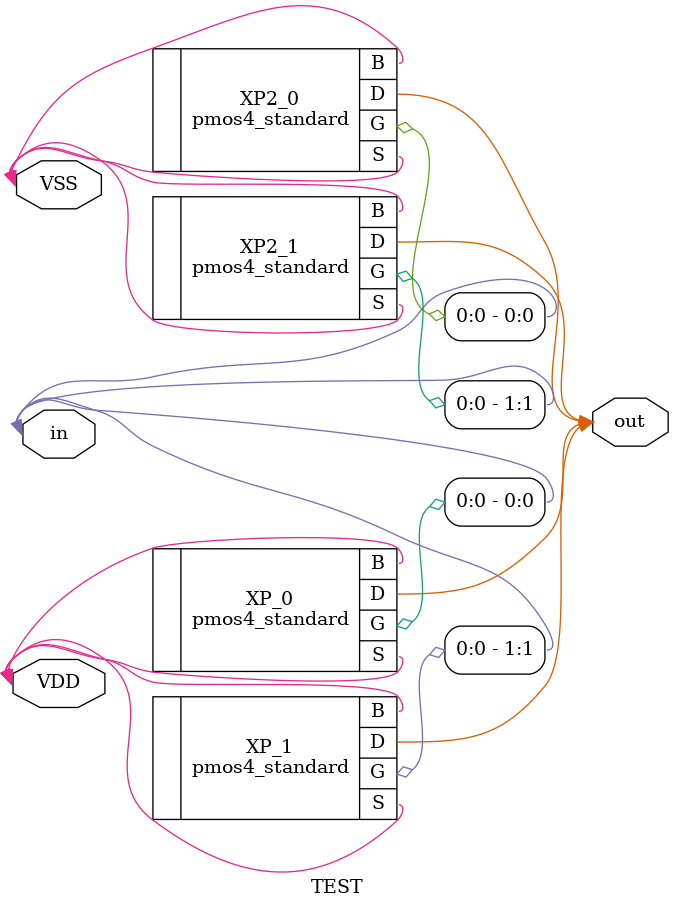
<source format=sv>
`timescale 1ps/1ps 


module pmos4_standard(
    inout  wire B,
    inout  wire D,
    inout  wire G,
    inout  wire S
);

endmodule


module TEST(
    input  wire VDD,
    input  wire VSS,
    input  wire [1:0] in,
    output wire out
);

pmos4_standard XP2_1 (
    .B( VSS ),
    .D( out ),
    .G( in[1] ),
    .S( VSS )
);

pmos4_standard XP2_0 (
    .B( VSS ),
    .D( out ),
    .G( in[0] ),
    .S( VSS )
);

pmos4_standard XP_1 (
    .B( VDD ),
    .D( out ),
    .G( in[1] ),
    .S( VDD )
);

pmos4_standard XP_0 (
    .B( VDD ),
    .D( out ),
    .G( in[0] ),
    .S( VDD )
);

endmodule

</source>
